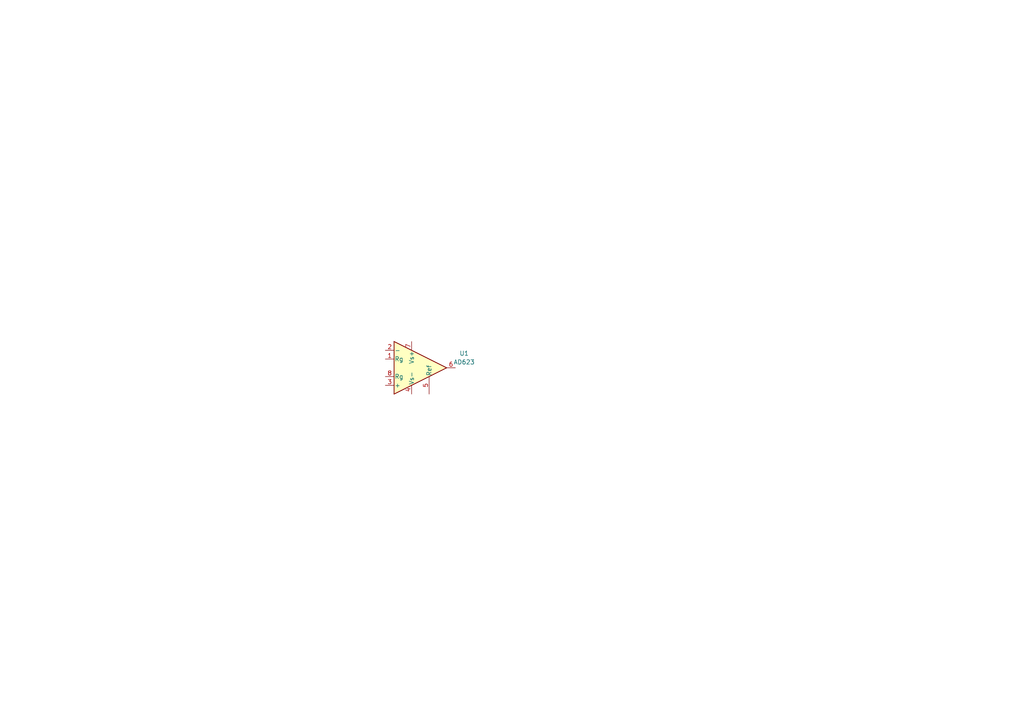
<source format=kicad_sch>
(kicad_sch (version 20230121) (generator eeschema)
  (paper "A4")
  (lib_symbols
    (symbol "Amplifier_Instrumentation:AD623" (pin_names (offset 0.127))
      (property "Reference" "U" (at 3.81 7.62 0))
      (property "Value" "AD623" (at 5.08 5.08 0))
      (symbol "AD623_0_1"
        (polyline (pts (xy -7.62 7.62) (xy -7.62 -7.62) (xy 7.62 0) (xy -7.62 7.62)) (stroke (width 0.254)) (fill (type background)))
      )
      (symbol "AD623_1_1"
        (pin passive line (at -10.16 2.54 0) (length 2.54) (name "Rg") (number "1"))
        (pin input line (at -10.16 5.08 0) (length 2.54) (name "-") (number "2"))
        (pin input line (at -10.16 -5.08 0) (length 2.54) (name "+") (number "3"))
        (pin power_in line (at -2.54 -7.62 90) (length 2.54) (name "Vs-") (number "4"))
        (pin passive line (at 2.54 -7.62 90) (length 5.08) (name "Ref") (number "5"))
        (pin output line (at 10.16 0 180) (length 2.54) (name "~") (number "6"))
        (pin power_in line (at -2.54 7.62 270) (length 2.54) (name "Vs+") (number "7"))
        (pin passive line (at -10.16 -2.54 0) (length 2.54) (name "Rg") (number "8"))
      )
    )
  )
  (symbol (lib_id "Amplifier_Instrumentation:AD623") (at 121.92 106.68 0) (unit 1)
    (property "Reference" "U1" (at 134.62 102.4891 0))
    (property "Value" "AD623" (at 134.62 105.0291 0))
    (property "Datasheet" "https://www.analog.com/media/en/technical-documentation/data-sheets/AD623.pdf" (effects hide))
  )
)
</source>
